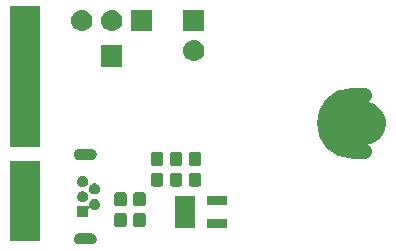
<source format=gbr>
G04 #@! TF.GenerationSoftware,KiCad,Pcbnew,5.1.4-3.fc30*
G04 #@! TF.CreationDate,2019-12-03T21:39:27-05:00*
G04 #@! TF.ProjectId,librem5-m2-breakout,6c696272-656d-4352-9d6d-322d62726561,rev?*
G04 #@! TF.SameCoordinates,Original*
G04 #@! TF.FileFunction,Soldermask,Bot*
G04 #@! TF.FilePolarity,Negative*
%FSLAX46Y46*%
G04 Gerber Fmt 4.6, Leading zero omitted, Abs format (unit mm)*
G04 Created by KiCad (PCBNEW 5.1.4-3.fc30) date 2019-12-03 21:39:27*
%MOMM*%
%LPD*%
G04 APERTURE LIST*
%ADD10C,1.250000*%
%ADD11C,1.000000*%
%ADD12C,0.100000*%
G04 APERTURE END LIST*
D10*
X147850000Y-92625000D02*
G75*
G03X147850000Y-97375000I0J-2375000D01*
G01*
X147850000Y-97375000D02*
X148850000Y-97375000D01*
X147850000Y-92625000D02*
X148850000Y-92625000D01*
D11*
X148850000Y-92750000D02*
G75*
G03X148850000Y-97250000I0J-2250000D01*
G01*
D12*
G36*
X125813312Y-104305887D02*
G01*
X125903039Y-104333106D01*
X125985731Y-104377306D01*
X126058211Y-104436789D01*
X126117694Y-104509269D01*
X126161894Y-104591961D01*
X126189113Y-104681688D01*
X126198303Y-104775000D01*
X126189113Y-104868312D01*
X126161894Y-104958039D01*
X126117694Y-105040731D01*
X126058211Y-105113211D01*
X125985731Y-105172694D01*
X125903039Y-105216894D01*
X125813312Y-105244113D01*
X125743384Y-105251000D01*
X124696616Y-105251000D01*
X124626688Y-105244113D01*
X124536961Y-105216894D01*
X124454269Y-105172694D01*
X124381789Y-105113211D01*
X124322306Y-105040731D01*
X124278106Y-104958039D01*
X124250887Y-104868312D01*
X124241697Y-104775000D01*
X124250887Y-104681688D01*
X124278106Y-104591961D01*
X124322306Y-104509269D01*
X124381789Y-104436789D01*
X124454269Y-104377306D01*
X124536961Y-104333106D01*
X124626688Y-104305887D01*
X124696616Y-104299000D01*
X125743384Y-104299000D01*
X125813312Y-104305887D01*
X125813312Y-104305887D01*
G37*
G36*
X121425000Y-104925000D02*
G01*
X118850000Y-104925000D01*
X118850000Y-98225000D01*
X121425000Y-98225000D01*
X121425000Y-104925000D01*
X121425000Y-104925000D01*
G37*
G36*
X137181000Y-103826000D02*
G01*
X135519000Y-103826000D01*
X135519000Y-103074000D01*
X137181000Y-103074000D01*
X137181000Y-103826000D01*
X137181000Y-103826000D01*
G37*
G36*
X134481000Y-103826000D02*
G01*
X132819000Y-103826000D01*
X132819000Y-101174000D01*
X134481000Y-101174000D01*
X134481000Y-103826000D01*
X134481000Y-103826000D01*
G37*
G36*
X128564499Y-102603445D02*
G01*
X128601995Y-102614820D01*
X128636554Y-102633292D01*
X128666847Y-102658153D01*
X128691708Y-102688446D01*
X128710180Y-102723005D01*
X128721555Y-102760501D01*
X128726000Y-102805638D01*
X128726000Y-103544362D01*
X128721555Y-103589499D01*
X128710180Y-103626995D01*
X128691708Y-103661554D01*
X128666847Y-103691847D01*
X128636554Y-103716708D01*
X128601995Y-103735180D01*
X128564499Y-103746555D01*
X128519362Y-103751000D01*
X127880638Y-103751000D01*
X127835501Y-103746555D01*
X127798005Y-103735180D01*
X127763446Y-103716708D01*
X127733153Y-103691847D01*
X127708292Y-103661554D01*
X127689820Y-103626995D01*
X127678445Y-103589499D01*
X127674000Y-103544362D01*
X127674000Y-102805638D01*
X127678445Y-102760501D01*
X127689820Y-102723005D01*
X127708292Y-102688446D01*
X127733153Y-102658153D01*
X127763446Y-102633292D01*
X127798005Y-102614820D01*
X127835501Y-102603445D01*
X127880638Y-102599000D01*
X128519362Y-102599000D01*
X128564499Y-102603445D01*
X128564499Y-102603445D01*
G37*
G36*
X130164499Y-102603445D02*
G01*
X130201995Y-102614820D01*
X130236554Y-102633292D01*
X130266847Y-102658153D01*
X130291708Y-102688446D01*
X130310180Y-102723005D01*
X130321555Y-102760501D01*
X130326000Y-102805638D01*
X130326000Y-103544362D01*
X130321555Y-103589499D01*
X130310180Y-103626995D01*
X130291708Y-103661554D01*
X130266847Y-103691847D01*
X130236554Y-103716708D01*
X130201995Y-103735180D01*
X130164499Y-103746555D01*
X130119362Y-103751000D01*
X129480638Y-103751000D01*
X129435501Y-103746555D01*
X129398005Y-103735180D01*
X129363446Y-103716708D01*
X129333153Y-103691847D01*
X129308292Y-103661554D01*
X129289820Y-103626995D01*
X129278445Y-103589499D01*
X129274000Y-103544362D01*
X129274000Y-102805638D01*
X129278445Y-102760501D01*
X129289820Y-102723005D01*
X129308292Y-102688446D01*
X129333153Y-102658153D01*
X129363446Y-102633292D01*
X129398005Y-102614820D01*
X129435501Y-102603445D01*
X129480638Y-102599000D01*
X130119362Y-102599000D01*
X130164499Y-102603445D01*
X130164499Y-102603445D01*
G37*
G36*
X126107054Y-101391067D02*
G01*
X126137386Y-101397100D01*
X126223102Y-101432605D01*
X126300245Y-101484150D01*
X126365850Y-101549755D01*
X126376604Y-101565850D01*
X126417396Y-101626900D01*
X126452900Y-101712615D01*
X126471000Y-101803609D01*
X126471000Y-101896391D01*
X126461958Y-101941847D01*
X126452900Y-101987386D01*
X126417395Y-102073102D01*
X126365850Y-102150245D01*
X126300245Y-102215850D01*
X126223102Y-102267395D01*
X126137386Y-102302900D01*
X126107054Y-102308933D01*
X126046391Y-102321000D01*
X125953609Y-102321000D01*
X125892946Y-102308933D01*
X125862614Y-102302900D01*
X125776898Y-102267395D01*
X125699755Y-102215850D01*
X125684381Y-102200476D01*
X125665445Y-102184936D01*
X125643834Y-102173385D01*
X125620385Y-102166272D01*
X125595999Y-102163870D01*
X125571613Y-102166272D01*
X125548164Y-102173385D01*
X125526553Y-102184936D01*
X125507611Y-102200481D01*
X125492066Y-102219423D01*
X125480515Y-102241034D01*
X125473402Y-102264483D01*
X125471000Y-102288869D01*
X125471000Y-102971000D01*
X124529000Y-102971000D01*
X124529000Y-102029000D01*
X125404001Y-102029000D01*
X125428387Y-102026598D01*
X125451836Y-102019485D01*
X125473447Y-102007934D01*
X125492389Y-101992389D01*
X125507934Y-101973447D01*
X125519485Y-101951836D01*
X125526598Y-101928387D01*
X125529000Y-101904001D01*
X125529000Y-101803609D01*
X125547100Y-101712615D01*
X125582604Y-101626900D01*
X125623396Y-101565850D01*
X125634150Y-101549755D01*
X125699755Y-101484150D01*
X125776898Y-101432605D01*
X125862614Y-101397100D01*
X125892946Y-101391067D01*
X125953609Y-101379000D01*
X126046391Y-101379000D01*
X126107054Y-101391067D01*
X126107054Y-101391067D01*
G37*
G36*
X130164499Y-100853445D02*
G01*
X130201995Y-100864820D01*
X130236554Y-100883292D01*
X130266847Y-100908153D01*
X130291708Y-100938446D01*
X130310180Y-100973005D01*
X130321555Y-101010501D01*
X130326000Y-101055638D01*
X130326000Y-101794362D01*
X130321555Y-101839499D01*
X130310180Y-101876995D01*
X130291708Y-101911554D01*
X130266847Y-101941847D01*
X130236554Y-101966708D01*
X130201995Y-101985180D01*
X130164499Y-101996555D01*
X130119362Y-102001000D01*
X129480638Y-102001000D01*
X129435501Y-101996555D01*
X129398005Y-101985180D01*
X129363446Y-101966708D01*
X129333153Y-101941847D01*
X129308292Y-101911554D01*
X129289820Y-101876995D01*
X129278445Y-101839499D01*
X129274000Y-101794362D01*
X129274000Y-101055638D01*
X129278445Y-101010501D01*
X129289820Y-100973005D01*
X129308292Y-100938446D01*
X129333153Y-100908153D01*
X129363446Y-100883292D01*
X129398005Y-100864820D01*
X129435501Y-100853445D01*
X129480638Y-100849000D01*
X130119362Y-100849000D01*
X130164499Y-100853445D01*
X130164499Y-100853445D01*
G37*
G36*
X128564499Y-100853445D02*
G01*
X128601995Y-100864820D01*
X128636554Y-100883292D01*
X128666847Y-100908153D01*
X128691708Y-100938446D01*
X128710180Y-100973005D01*
X128721555Y-101010501D01*
X128726000Y-101055638D01*
X128726000Y-101794362D01*
X128721555Y-101839499D01*
X128710180Y-101876995D01*
X128691708Y-101911554D01*
X128666847Y-101941847D01*
X128636554Y-101966708D01*
X128601995Y-101985180D01*
X128564499Y-101996555D01*
X128519362Y-102001000D01*
X127880638Y-102001000D01*
X127835501Y-101996555D01*
X127798005Y-101985180D01*
X127763446Y-101966708D01*
X127733153Y-101941847D01*
X127708292Y-101911554D01*
X127689820Y-101876995D01*
X127678445Y-101839499D01*
X127674000Y-101794362D01*
X127674000Y-101055638D01*
X127678445Y-101010501D01*
X127689820Y-100973005D01*
X127708292Y-100938446D01*
X127733153Y-100908153D01*
X127763446Y-100883292D01*
X127798005Y-100864820D01*
X127835501Y-100853445D01*
X127880638Y-100849000D01*
X128519362Y-100849000D01*
X128564499Y-100853445D01*
X128564499Y-100853445D01*
G37*
G36*
X137181000Y-101926000D02*
G01*
X135519000Y-101926000D01*
X135519000Y-101174000D01*
X137181000Y-101174000D01*
X137181000Y-101926000D01*
X137181000Y-101926000D01*
G37*
G36*
X125107054Y-100741067D02*
G01*
X125137386Y-100747100D01*
X125223102Y-100782605D01*
X125300245Y-100834150D01*
X125365850Y-100899755D01*
X125417395Y-100976898D01*
X125452900Y-101062614D01*
X125471000Y-101153611D01*
X125471000Y-101246389D01*
X125452900Y-101337386D01*
X125417395Y-101423102D01*
X125365850Y-101500245D01*
X125300245Y-101565850D01*
X125223102Y-101617395D01*
X125137386Y-101652900D01*
X125107054Y-101658933D01*
X125046391Y-101671000D01*
X124953609Y-101671000D01*
X124892946Y-101658933D01*
X124862614Y-101652900D01*
X124776898Y-101617395D01*
X124699755Y-101565850D01*
X124634150Y-101500245D01*
X124582605Y-101423102D01*
X124547100Y-101337386D01*
X124529000Y-101246389D01*
X124529000Y-101153611D01*
X124547100Y-101062614D01*
X124582605Y-100976898D01*
X124634150Y-100899755D01*
X124699755Y-100834150D01*
X124776898Y-100782605D01*
X124862614Y-100747100D01*
X124892946Y-100741067D01*
X124953609Y-100729000D01*
X125046391Y-100729000D01*
X125107054Y-100741067D01*
X125107054Y-100741067D01*
G37*
G36*
X126107054Y-100091067D02*
G01*
X126137386Y-100097100D01*
X126223102Y-100132605D01*
X126300245Y-100184150D01*
X126365850Y-100249755D01*
X126417395Y-100326898D01*
X126452900Y-100412614D01*
X126471000Y-100503611D01*
X126471000Y-100596389D01*
X126452900Y-100687386D01*
X126417395Y-100773102D01*
X126365850Y-100850245D01*
X126300245Y-100915850D01*
X126223102Y-100967395D01*
X126223101Y-100967396D01*
X126223100Y-100967396D01*
X126200160Y-100976898D01*
X126137386Y-101002900D01*
X126107054Y-101008933D01*
X126046391Y-101021000D01*
X125953609Y-101021000D01*
X125892946Y-101008933D01*
X125862614Y-101002900D01*
X125799840Y-100976898D01*
X125776900Y-100967396D01*
X125776899Y-100967396D01*
X125776898Y-100967395D01*
X125699755Y-100915850D01*
X125634150Y-100850245D01*
X125582605Y-100773102D01*
X125547100Y-100687386D01*
X125529000Y-100596389D01*
X125529000Y-100503611D01*
X125547100Y-100412614D01*
X125582605Y-100326898D01*
X125634150Y-100249755D01*
X125699755Y-100184150D01*
X125776898Y-100132605D01*
X125862614Y-100097100D01*
X125892946Y-100091067D01*
X125953609Y-100079000D01*
X126046391Y-100079000D01*
X126107054Y-100091067D01*
X126107054Y-100091067D01*
G37*
G36*
X125107054Y-99441067D02*
G01*
X125137386Y-99447100D01*
X125223102Y-99482605D01*
X125300245Y-99534150D01*
X125365850Y-99599755D01*
X125417395Y-99676898D01*
X125452900Y-99762614D01*
X125471000Y-99853611D01*
X125471000Y-99946389D01*
X125452900Y-100037386D01*
X125417395Y-100123102D01*
X125365850Y-100200245D01*
X125300245Y-100265850D01*
X125223102Y-100317395D01*
X125137386Y-100352900D01*
X125107054Y-100358933D01*
X125046391Y-100371000D01*
X124953609Y-100371000D01*
X124892946Y-100358933D01*
X124862614Y-100352900D01*
X124776898Y-100317395D01*
X124699755Y-100265850D01*
X124634150Y-100200245D01*
X124582605Y-100123102D01*
X124547100Y-100037386D01*
X124529000Y-99946389D01*
X124529000Y-99853611D01*
X124547100Y-99762614D01*
X124582605Y-99676898D01*
X124634150Y-99599755D01*
X124699755Y-99534150D01*
X124776898Y-99482605D01*
X124862614Y-99447100D01*
X124892946Y-99441067D01*
X124953609Y-99429000D01*
X125046391Y-99429000D01*
X125107054Y-99441067D01*
X125107054Y-99441067D01*
G37*
G36*
X131664499Y-99203445D02*
G01*
X131701995Y-99214820D01*
X131736554Y-99233292D01*
X131766847Y-99258153D01*
X131791708Y-99288446D01*
X131810180Y-99323005D01*
X131821555Y-99360501D01*
X131826000Y-99405638D01*
X131826000Y-100144362D01*
X131821555Y-100189499D01*
X131810180Y-100226995D01*
X131791708Y-100261554D01*
X131766847Y-100291847D01*
X131736554Y-100316708D01*
X131701995Y-100335180D01*
X131664499Y-100346555D01*
X131619362Y-100351000D01*
X130980638Y-100351000D01*
X130935501Y-100346555D01*
X130898005Y-100335180D01*
X130863446Y-100316708D01*
X130833153Y-100291847D01*
X130808292Y-100261554D01*
X130789820Y-100226995D01*
X130778445Y-100189499D01*
X130774000Y-100144362D01*
X130774000Y-99405638D01*
X130778445Y-99360501D01*
X130789820Y-99323005D01*
X130808292Y-99288446D01*
X130833153Y-99258153D01*
X130863446Y-99233292D01*
X130898005Y-99214820D01*
X130935501Y-99203445D01*
X130980638Y-99199000D01*
X131619362Y-99199000D01*
X131664499Y-99203445D01*
X131664499Y-99203445D01*
G37*
G36*
X133264499Y-99203445D02*
G01*
X133301995Y-99214820D01*
X133336554Y-99233292D01*
X133366847Y-99258153D01*
X133391708Y-99288446D01*
X133410180Y-99323005D01*
X133421555Y-99360501D01*
X133426000Y-99405638D01*
X133426000Y-100144362D01*
X133421555Y-100189499D01*
X133410180Y-100226995D01*
X133391708Y-100261554D01*
X133366847Y-100291847D01*
X133336554Y-100316708D01*
X133301995Y-100335180D01*
X133264499Y-100346555D01*
X133219362Y-100351000D01*
X132580638Y-100351000D01*
X132535501Y-100346555D01*
X132498005Y-100335180D01*
X132463446Y-100316708D01*
X132433153Y-100291847D01*
X132408292Y-100261554D01*
X132389820Y-100226995D01*
X132378445Y-100189499D01*
X132374000Y-100144362D01*
X132374000Y-99405638D01*
X132378445Y-99360501D01*
X132389820Y-99323005D01*
X132408292Y-99288446D01*
X132433153Y-99258153D01*
X132463446Y-99233292D01*
X132498005Y-99214820D01*
X132535501Y-99203445D01*
X132580638Y-99199000D01*
X133219362Y-99199000D01*
X133264499Y-99203445D01*
X133264499Y-99203445D01*
G37*
G36*
X134864499Y-99203445D02*
G01*
X134901995Y-99214820D01*
X134936554Y-99233292D01*
X134966847Y-99258153D01*
X134991708Y-99288446D01*
X135010180Y-99323005D01*
X135021555Y-99360501D01*
X135026000Y-99405638D01*
X135026000Y-100144362D01*
X135021555Y-100189499D01*
X135010180Y-100226995D01*
X134991708Y-100261554D01*
X134966847Y-100291847D01*
X134936554Y-100316708D01*
X134901995Y-100335180D01*
X134864499Y-100346555D01*
X134819362Y-100351000D01*
X134180638Y-100351000D01*
X134135501Y-100346555D01*
X134098005Y-100335180D01*
X134063446Y-100316708D01*
X134033153Y-100291847D01*
X134008292Y-100261554D01*
X133989820Y-100226995D01*
X133978445Y-100189499D01*
X133974000Y-100144362D01*
X133974000Y-99405638D01*
X133978445Y-99360501D01*
X133989820Y-99323005D01*
X134008292Y-99288446D01*
X134033153Y-99258153D01*
X134063446Y-99233292D01*
X134098005Y-99214820D01*
X134135501Y-99203445D01*
X134180638Y-99199000D01*
X134819362Y-99199000D01*
X134864499Y-99203445D01*
X134864499Y-99203445D01*
G37*
G36*
X133264499Y-97453445D02*
G01*
X133301995Y-97464820D01*
X133336554Y-97483292D01*
X133366847Y-97508153D01*
X133391708Y-97538446D01*
X133410180Y-97573005D01*
X133421555Y-97610501D01*
X133426000Y-97655638D01*
X133426000Y-98394362D01*
X133421555Y-98439499D01*
X133410180Y-98476995D01*
X133391708Y-98511554D01*
X133366847Y-98541847D01*
X133336554Y-98566708D01*
X133301995Y-98585180D01*
X133264499Y-98596555D01*
X133219362Y-98601000D01*
X132580638Y-98601000D01*
X132535501Y-98596555D01*
X132498005Y-98585180D01*
X132463446Y-98566708D01*
X132433153Y-98541847D01*
X132408292Y-98511554D01*
X132389820Y-98476995D01*
X132378445Y-98439499D01*
X132374000Y-98394362D01*
X132374000Y-97655638D01*
X132378445Y-97610501D01*
X132389820Y-97573005D01*
X132408292Y-97538446D01*
X132433153Y-97508153D01*
X132463446Y-97483292D01*
X132498005Y-97464820D01*
X132535501Y-97453445D01*
X132580638Y-97449000D01*
X133219362Y-97449000D01*
X133264499Y-97453445D01*
X133264499Y-97453445D01*
G37*
G36*
X131664499Y-97453445D02*
G01*
X131701995Y-97464820D01*
X131736554Y-97483292D01*
X131766847Y-97508153D01*
X131791708Y-97538446D01*
X131810180Y-97573005D01*
X131821555Y-97610501D01*
X131826000Y-97655638D01*
X131826000Y-98394362D01*
X131821555Y-98439499D01*
X131810180Y-98476995D01*
X131791708Y-98511554D01*
X131766847Y-98541847D01*
X131736554Y-98566708D01*
X131701995Y-98585180D01*
X131664499Y-98596555D01*
X131619362Y-98601000D01*
X130980638Y-98601000D01*
X130935501Y-98596555D01*
X130898005Y-98585180D01*
X130863446Y-98566708D01*
X130833153Y-98541847D01*
X130808292Y-98511554D01*
X130789820Y-98476995D01*
X130778445Y-98439499D01*
X130774000Y-98394362D01*
X130774000Y-97655638D01*
X130778445Y-97610501D01*
X130789820Y-97573005D01*
X130808292Y-97538446D01*
X130833153Y-97508153D01*
X130863446Y-97483292D01*
X130898005Y-97464820D01*
X130935501Y-97453445D01*
X130980638Y-97449000D01*
X131619362Y-97449000D01*
X131664499Y-97453445D01*
X131664499Y-97453445D01*
G37*
G36*
X134864499Y-97453445D02*
G01*
X134901995Y-97464820D01*
X134936554Y-97483292D01*
X134966847Y-97508153D01*
X134991708Y-97538446D01*
X135010180Y-97573005D01*
X135021555Y-97610501D01*
X135026000Y-97655638D01*
X135026000Y-98394362D01*
X135021555Y-98439499D01*
X135010180Y-98476995D01*
X134991708Y-98511554D01*
X134966847Y-98541847D01*
X134936554Y-98566708D01*
X134901995Y-98585180D01*
X134864499Y-98596555D01*
X134819362Y-98601000D01*
X134180638Y-98601000D01*
X134135501Y-98596555D01*
X134098005Y-98585180D01*
X134063446Y-98566708D01*
X134033153Y-98541847D01*
X134008292Y-98511554D01*
X133989820Y-98476995D01*
X133978445Y-98439499D01*
X133974000Y-98394362D01*
X133974000Y-97655638D01*
X133978445Y-97610501D01*
X133989820Y-97573005D01*
X134008292Y-97538446D01*
X134033153Y-97508153D01*
X134063446Y-97483292D01*
X134098005Y-97464820D01*
X134135501Y-97453445D01*
X134180638Y-97449000D01*
X134819362Y-97449000D01*
X134864499Y-97453445D01*
X134864499Y-97453445D01*
G37*
G36*
X125813312Y-97155887D02*
G01*
X125903039Y-97183106D01*
X125985731Y-97227306D01*
X126058211Y-97286789D01*
X126117694Y-97359269D01*
X126161894Y-97441961D01*
X126189113Y-97531688D01*
X126198303Y-97625000D01*
X126189113Y-97718312D01*
X126161894Y-97808039D01*
X126117694Y-97890731D01*
X126058211Y-97963211D01*
X125985731Y-98022694D01*
X125903039Y-98066894D01*
X125813312Y-98094113D01*
X125743384Y-98101000D01*
X124696616Y-98101000D01*
X124626688Y-98094113D01*
X124536961Y-98066894D01*
X124454269Y-98022694D01*
X124381789Y-97963211D01*
X124322306Y-97890731D01*
X124278106Y-97808039D01*
X124250887Y-97718312D01*
X124241697Y-97625000D01*
X124250887Y-97531688D01*
X124278106Y-97441961D01*
X124322306Y-97359269D01*
X124381789Y-97286789D01*
X124454269Y-97227306D01*
X124536961Y-97183106D01*
X124626688Y-97155887D01*
X124696616Y-97149000D01*
X125743384Y-97149000D01*
X125813312Y-97155887D01*
X125813312Y-97155887D01*
G37*
G36*
X121425000Y-97025000D02*
G01*
X118850000Y-97025000D01*
X118850000Y-85075000D01*
X121425000Y-85075000D01*
X121425000Y-97025000D01*
X121425000Y-97025000D01*
G37*
G36*
X149206040Y-93210067D02*
G01*
X149382333Y-93245134D01*
X149519904Y-93302118D01*
X149714460Y-93382705D01*
X150013369Y-93582430D01*
X150267570Y-93836631D01*
X150467295Y-94135540D01*
X150604866Y-94467668D01*
X150675000Y-94820252D01*
X150675000Y-95179748D01*
X150604866Y-95532332D01*
X150467295Y-95864460D01*
X150267570Y-96163369D01*
X150013369Y-96417570D01*
X149714460Y-96617295D01*
X149519904Y-96697882D01*
X149382333Y-96754866D01*
X149206040Y-96789933D01*
X149029748Y-96825000D01*
X148670252Y-96825000D01*
X148493960Y-96789933D01*
X148317667Y-96754866D01*
X148180096Y-96697882D01*
X147985540Y-96617295D01*
X147686631Y-96417570D01*
X147432430Y-96163369D01*
X147232705Y-95864460D01*
X147095134Y-95532332D01*
X147025000Y-95179748D01*
X147025000Y-94820252D01*
X147095134Y-94467668D01*
X147232705Y-94135540D01*
X147432430Y-93836631D01*
X147686631Y-93582430D01*
X147985540Y-93382705D01*
X148180096Y-93302118D01*
X148317667Y-93245134D01*
X148493960Y-93210067D01*
X148670252Y-93175000D01*
X149029748Y-93175000D01*
X149206040Y-93210067D01*
X149206040Y-93210067D01*
G37*
G36*
X128361000Y-90201000D02*
G01*
X126559000Y-90201000D01*
X126559000Y-88399000D01*
X128361000Y-88399000D01*
X128361000Y-90201000D01*
X128361000Y-90201000D01*
G37*
G36*
X134510442Y-87945518D02*
G01*
X134576627Y-87952037D01*
X134746466Y-88003557D01*
X134902991Y-88087222D01*
X134938729Y-88116552D01*
X135040186Y-88199814D01*
X135123448Y-88301271D01*
X135152778Y-88337009D01*
X135236443Y-88493534D01*
X135287963Y-88663373D01*
X135305359Y-88840000D01*
X135287963Y-89016627D01*
X135236443Y-89186466D01*
X135152778Y-89342991D01*
X135123448Y-89378729D01*
X135040186Y-89480186D01*
X134938729Y-89563448D01*
X134902991Y-89592778D01*
X134746466Y-89676443D01*
X134576627Y-89727963D01*
X134510443Y-89734481D01*
X134444260Y-89741000D01*
X134355740Y-89741000D01*
X134289557Y-89734481D01*
X134223373Y-89727963D01*
X134053534Y-89676443D01*
X133897009Y-89592778D01*
X133861271Y-89563448D01*
X133759814Y-89480186D01*
X133676552Y-89378729D01*
X133647222Y-89342991D01*
X133563557Y-89186466D01*
X133512037Y-89016627D01*
X133494641Y-88840000D01*
X133512037Y-88663373D01*
X133563557Y-88493534D01*
X133647222Y-88337009D01*
X133676552Y-88301271D01*
X133759814Y-88199814D01*
X133861271Y-88116552D01*
X133897009Y-88087222D01*
X134053534Y-88003557D01*
X134223373Y-87952037D01*
X134289558Y-87945518D01*
X134355740Y-87939000D01*
X134444260Y-87939000D01*
X134510442Y-87945518D01*
X134510442Y-87945518D01*
G37*
G36*
X125030443Y-85405519D02*
G01*
X125096627Y-85412037D01*
X125266466Y-85463557D01*
X125422991Y-85547222D01*
X125458729Y-85576552D01*
X125560186Y-85659814D01*
X125643448Y-85761271D01*
X125672778Y-85797009D01*
X125756443Y-85953534D01*
X125807963Y-86123373D01*
X125825359Y-86300000D01*
X125807963Y-86476627D01*
X125756443Y-86646466D01*
X125672778Y-86802991D01*
X125643448Y-86838729D01*
X125560186Y-86940186D01*
X125458729Y-87023448D01*
X125422991Y-87052778D01*
X125266466Y-87136443D01*
X125096627Y-87187963D01*
X125030443Y-87194481D01*
X124964260Y-87201000D01*
X124875740Y-87201000D01*
X124809557Y-87194481D01*
X124743373Y-87187963D01*
X124573534Y-87136443D01*
X124417009Y-87052778D01*
X124381271Y-87023448D01*
X124279814Y-86940186D01*
X124196552Y-86838729D01*
X124167222Y-86802991D01*
X124083557Y-86646466D01*
X124032037Y-86476627D01*
X124014641Y-86300000D01*
X124032037Y-86123373D01*
X124083557Y-85953534D01*
X124167222Y-85797009D01*
X124196552Y-85761271D01*
X124279814Y-85659814D01*
X124381271Y-85576552D01*
X124417009Y-85547222D01*
X124573534Y-85463557D01*
X124743373Y-85412037D01*
X124809557Y-85405519D01*
X124875740Y-85399000D01*
X124964260Y-85399000D01*
X125030443Y-85405519D01*
X125030443Y-85405519D01*
G37*
G36*
X135301000Y-87201000D02*
G01*
X133499000Y-87201000D01*
X133499000Y-85399000D01*
X135301000Y-85399000D01*
X135301000Y-87201000D01*
X135301000Y-87201000D01*
G37*
G36*
X130901000Y-87201000D02*
G01*
X129099000Y-87201000D01*
X129099000Y-85399000D01*
X130901000Y-85399000D01*
X130901000Y-87201000D01*
X130901000Y-87201000D01*
G37*
G36*
X127570443Y-85405519D02*
G01*
X127636627Y-85412037D01*
X127806466Y-85463557D01*
X127962991Y-85547222D01*
X127998729Y-85576552D01*
X128100186Y-85659814D01*
X128183448Y-85761271D01*
X128212778Y-85797009D01*
X128296443Y-85953534D01*
X128347963Y-86123373D01*
X128365359Y-86300000D01*
X128347963Y-86476627D01*
X128296443Y-86646466D01*
X128212778Y-86802991D01*
X128183448Y-86838729D01*
X128100186Y-86940186D01*
X127998729Y-87023448D01*
X127962991Y-87052778D01*
X127806466Y-87136443D01*
X127636627Y-87187963D01*
X127570443Y-87194481D01*
X127504260Y-87201000D01*
X127415740Y-87201000D01*
X127349557Y-87194481D01*
X127283373Y-87187963D01*
X127113534Y-87136443D01*
X126957009Y-87052778D01*
X126921271Y-87023448D01*
X126819814Y-86940186D01*
X126736552Y-86838729D01*
X126707222Y-86802991D01*
X126623557Y-86646466D01*
X126572037Y-86476627D01*
X126554641Y-86300000D01*
X126572037Y-86123373D01*
X126623557Y-85953534D01*
X126707222Y-85797009D01*
X126736552Y-85761271D01*
X126819814Y-85659814D01*
X126921271Y-85576552D01*
X126957009Y-85547222D01*
X127113534Y-85463557D01*
X127283373Y-85412037D01*
X127349557Y-85405519D01*
X127415740Y-85399000D01*
X127504260Y-85399000D01*
X127570443Y-85405519D01*
X127570443Y-85405519D01*
G37*
M02*

</source>
